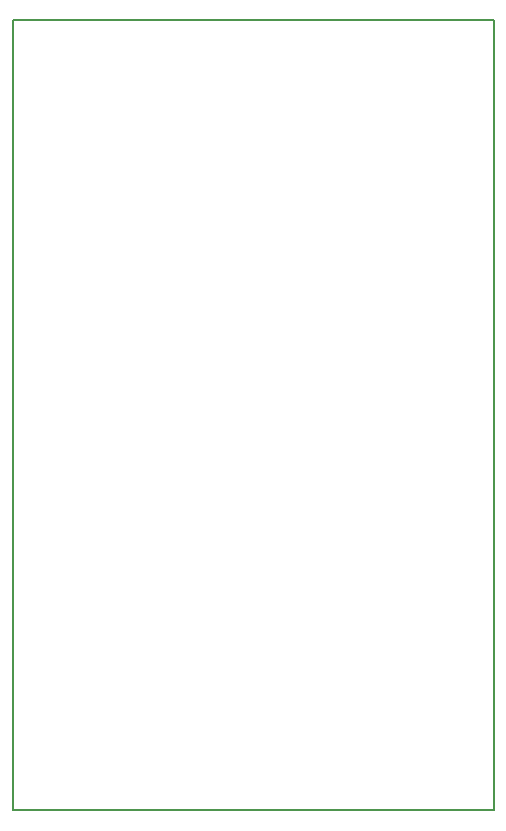
<source format=gbr>
G04 DipTrace 3.0.0.1*
G04 BoardOutline.gbr*
%MOIN*%
G04 #@! TF.FileFunction,Profile*
G04 #@! TF.Part,Single*
%ADD11C,0.005512*%
%FSLAX26Y26*%
G04*
G70*
G90*
G75*
G01*
G04 BoardOutline*
%LPD*%
X393701Y393701D2*
D11*
X1996063D1*
Y3027559D1*
X393701D1*
Y393701D1*
M02*

</source>
